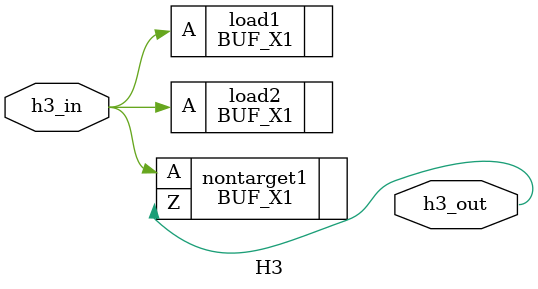
<source format=v>
module top (in);
 input in;

 wire n3;
 wire n2;
 wire n1;

 BUF_X1 nontarget0 (.A(n3));
 H0 h0 (.h0_in(in),
    .h0_out(n1),
    .h0_out2(n2));
 H1 h1 (.h1_in(n2));
 H3 h3 (.h3_in(n1),
    .h3_out(n3));
endmodule
module H0 (h0_in,
    h0_out,
    h0_out2);
 input h0_in;
 output h0_out;
 output h0_out2;


 BUF_X1 buf0 (.A(h0_out),
    .Z(h0_out2));
 BUF_X1 drvr (.A(h0_in),
    .Z(h0_out));
endmodule
module H1 (h1_in);
 input h1_in;


 H2 h2 (.h2_in(h1_in));
endmodule
module H2 (h2_in);
 input h2_in;


 BUF_X1 load0 (.A(h2_in));
endmodule
module H3 (h3_in,
   h3_out);
 input h3_in;
 output h3_out;
 wire h3_out;


 BUF_X1 load1 (.A(h3_in));
 BUF_X1 load2 (.A(h3_in));
 BUF_X1 nontarget1 (.A(h3_in), .Z(h3_out));
endmodule

</source>
